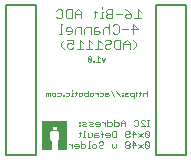
<source format=gbo>
G75*
%MOIN*%
%OFA0B0*%
%FSLAX24Y24*%
%IPPOS*%
%LPD*%
%AMOC8*
5,1,8,0,0,1.08239X$1,22.5*
%
%ADD10C,0.0030*%
%ADD11C,0.0020*%
%ADD12C,0.0080*%
%ADD13C,0.0010*%
D10*
X002089Y003835D02*
X001986Y003938D01*
X001986Y004042D01*
X002089Y004145D01*
X002195Y004145D02*
X002402Y004145D01*
X002402Y003990D01*
X002299Y004042D01*
X002247Y004042D01*
X002195Y003990D01*
X002195Y003887D01*
X002247Y003835D01*
X002351Y003835D01*
X002402Y003887D01*
X002509Y003835D02*
X002715Y003835D01*
X002822Y003835D02*
X003028Y003835D01*
X003135Y003835D02*
X003342Y003835D01*
X003448Y003887D02*
X003499Y003835D01*
X003603Y003835D01*
X003655Y003887D01*
X003761Y003887D02*
X003761Y004094D01*
X003813Y004145D01*
X003968Y004145D01*
X003968Y003835D01*
X003813Y003835D01*
X003761Y003887D01*
X003655Y004042D02*
X003603Y003990D01*
X003499Y003990D01*
X003448Y003938D01*
X003448Y003887D01*
X003342Y004042D02*
X003238Y004145D01*
X003238Y003835D01*
X003028Y004042D02*
X002925Y004145D01*
X002925Y003835D01*
X002715Y004042D02*
X002612Y004145D01*
X002612Y003835D01*
X002663Y004345D02*
X002663Y004552D01*
X002508Y004552D01*
X002456Y004500D01*
X002456Y004345D01*
X002350Y004397D02*
X002350Y004500D01*
X002298Y004552D01*
X002195Y004552D01*
X002143Y004500D01*
X002143Y004448D01*
X002350Y004448D01*
X002350Y004397D02*
X002298Y004345D01*
X002195Y004345D01*
X002037Y004345D02*
X001934Y004345D01*
X001985Y004345D02*
X001985Y004655D01*
X002037Y004655D01*
X001985Y004855D02*
X001882Y004855D01*
X001830Y004907D01*
X001985Y004855D02*
X002037Y004907D01*
X002037Y005114D01*
X001985Y005165D01*
X001882Y005165D01*
X001830Y005114D01*
X002143Y005114D02*
X002143Y004907D01*
X002195Y004855D01*
X002350Y004855D01*
X002350Y005165D01*
X002195Y005165D01*
X002143Y005114D01*
X002456Y005062D02*
X002456Y004855D01*
X002456Y005010D02*
X002663Y005010D01*
X002663Y005062D02*
X002560Y005165D01*
X002456Y005062D01*
X002663Y005062D02*
X002663Y004855D01*
X002821Y004552D02*
X002769Y004500D01*
X002769Y004345D01*
X002976Y004345D02*
X002976Y004552D01*
X002821Y004552D01*
X003083Y004500D02*
X003083Y004345D01*
X003238Y004345D01*
X003289Y004397D01*
X003238Y004448D01*
X003083Y004448D01*
X003083Y004500D02*
X003134Y004552D01*
X003238Y004552D01*
X003396Y004500D02*
X003396Y004345D01*
X003396Y004500D02*
X003447Y004552D01*
X003551Y004552D01*
X003602Y004500D01*
X003709Y004604D02*
X003760Y004655D01*
X003864Y004655D01*
X003915Y004604D01*
X003915Y004397D01*
X003864Y004345D01*
X003760Y004345D01*
X003709Y004397D01*
X003602Y004345D02*
X003602Y004655D01*
X003552Y004855D02*
X003707Y004855D01*
X003707Y005165D01*
X003552Y005165D01*
X003500Y005114D01*
X003500Y005062D01*
X003552Y005010D01*
X003707Y005010D01*
X003813Y005010D02*
X004020Y005010D01*
X004126Y004958D02*
X004126Y004907D01*
X004178Y004855D01*
X004281Y004855D01*
X004333Y004907D01*
X004333Y005010D01*
X004178Y005010D01*
X004126Y004958D01*
X004229Y005114D02*
X004333Y005010D01*
X004229Y005114D02*
X004126Y005165D01*
X004439Y004855D02*
X004646Y004855D01*
X004543Y004855D02*
X004543Y005165D01*
X004646Y005062D01*
X004386Y004655D02*
X004542Y004500D01*
X004335Y004500D01*
X004229Y004500D02*
X004022Y004500D01*
X004386Y004345D02*
X004386Y004655D01*
X004386Y004145D02*
X004489Y004042D01*
X004489Y003938D01*
X004386Y003835D01*
X004281Y003835D02*
X004281Y004042D01*
X004177Y004145D01*
X004074Y004042D01*
X004074Y003835D01*
X004074Y003990D02*
X004281Y003990D01*
X003655Y004042D02*
X003655Y004094D01*
X003603Y004145D01*
X003499Y004145D01*
X003448Y004094D01*
X003394Y004855D02*
X003290Y004855D01*
X003342Y004855D02*
X003342Y005062D01*
X003394Y005062D01*
X003342Y005165D02*
X003342Y005217D01*
X003185Y005062D02*
X003082Y005062D01*
X003133Y005114D02*
X003133Y004907D01*
X003082Y004855D01*
X003500Y004907D02*
X003552Y004855D01*
X003500Y004907D02*
X003500Y004958D01*
X003552Y005010D01*
D11*
X003218Y003590D02*
X003218Y003410D01*
X003278Y003410D02*
X003158Y003410D01*
X003094Y003410D02*
X003064Y003410D01*
X003064Y003440D01*
X003094Y003440D01*
X003094Y003410D01*
X003002Y003440D02*
X002882Y003560D01*
X002882Y003440D01*
X002912Y003410D01*
X002972Y003410D01*
X003002Y003440D01*
X003002Y003560D01*
X002972Y003590D01*
X002912Y003590D01*
X002882Y003560D01*
X003218Y003590D02*
X003278Y003530D01*
X003342Y003530D02*
X003402Y003410D01*
X003462Y003530D01*
X002358Y002470D02*
X002358Y002440D01*
X002358Y002380D02*
X002358Y002260D01*
X002388Y002260D02*
X002328Y002260D01*
X002265Y002290D02*
X002235Y002260D01*
X002145Y002260D01*
X002081Y002260D02*
X002081Y002290D01*
X002051Y002290D01*
X002051Y002260D01*
X002081Y002260D01*
X001989Y002290D02*
X001989Y002350D01*
X001959Y002380D01*
X001869Y002380D01*
X001805Y002350D02*
X001805Y002290D01*
X001775Y002260D01*
X001715Y002260D01*
X001685Y002290D01*
X001685Y002350D01*
X001715Y002380D01*
X001775Y002380D01*
X001805Y002350D01*
X001869Y002260D02*
X001959Y002260D01*
X001989Y002290D01*
X002145Y002380D02*
X002235Y002380D01*
X002265Y002350D01*
X002265Y002290D01*
X002358Y002380D02*
X002388Y002380D01*
X002451Y002380D02*
X002511Y002380D01*
X002481Y002410D02*
X002481Y002290D01*
X002451Y002260D01*
X002575Y002290D02*
X002575Y002350D01*
X002605Y002380D01*
X002665Y002380D01*
X002695Y002350D01*
X002695Y002290D01*
X002665Y002260D01*
X002605Y002260D01*
X002575Y002290D01*
X002759Y002290D02*
X002759Y002350D01*
X002789Y002380D01*
X002879Y002380D01*
X002879Y002440D02*
X002879Y002260D01*
X002789Y002260D01*
X002759Y002290D01*
X002943Y002290D02*
X002943Y002350D01*
X002973Y002380D01*
X003033Y002380D01*
X003063Y002350D01*
X003063Y002290D01*
X003033Y002260D01*
X002973Y002260D01*
X002943Y002290D01*
X003127Y002380D02*
X003157Y002380D01*
X003217Y002320D01*
X003217Y002260D02*
X003217Y002380D01*
X003281Y002380D02*
X003371Y002380D01*
X003401Y002350D01*
X003401Y002290D01*
X003371Y002260D01*
X003281Y002260D01*
X003465Y002260D02*
X003465Y002350D01*
X003495Y002380D01*
X003555Y002380D01*
X003555Y002320D02*
X003465Y002320D01*
X003465Y002260D02*
X003555Y002260D01*
X003585Y002290D01*
X003555Y002320D01*
X003649Y002440D02*
X003769Y002260D01*
X003953Y002260D02*
X003833Y002440D01*
X004015Y002380D02*
X004015Y002350D01*
X004045Y002350D01*
X004045Y002380D01*
X004015Y002380D01*
X004015Y002290D02*
X004015Y002260D01*
X004045Y002260D01*
X004045Y002290D01*
X004015Y002290D01*
X004109Y002290D02*
X004140Y002260D01*
X004230Y002260D01*
X004200Y002320D02*
X004230Y002350D01*
X004200Y002380D01*
X004109Y002380D01*
X004140Y002320D02*
X004200Y002320D01*
X004140Y002320D02*
X004109Y002290D01*
X004294Y002290D02*
X004324Y002260D01*
X004414Y002260D01*
X004414Y002200D02*
X004414Y002380D01*
X004324Y002380D01*
X004294Y002350D01*
X004294Y002290D01*
X004476Y002260D02*
X004507Y002290D01*
X004507Y002410D01*
X004537Y002380D02*
X004476Y002380D01*
X004599Y002380D02*
X004659Y002380D01*
X004629Y002410D02*
X004629Y002290D01*
X004599Y002260D01*
X004723Y002260D02*
X004723Y002350D01*
X004753Y002380D01*
X004813Y002380D01*
X004843Y002350D01*
X004843Y002440D02*
X004843Y002260D01*
X004867Y001470D02*
X004940Y001470D01*
X004903Y001470D02*
X004903Y001250D01*
X004867Y001250D02*
X004940Y001250D01*
X004903Y001110D02*
X004830Y001110D01*
X004793Y001073D01*
X004940Y000927D01*
X004903Y000890D01*
X004830Y000890D01*
X004793Y000927D01*
X004793Y001073D01*
X004903Y001110D02*
X004940Y001073D01*
X004940Y000927D01*
X004903Y000750D02*
X004830Y000750D01*
X004793Y000713D01*
X004940Y000567D01*
X004903Y000530D01*
X004830Y000530D01*
X004793Y000567D01*
X004793Y000713D01*
X004903Y000750D02*
X004940Y000713D01*
X004940Y000567D01*
X004719Y000530D02*
X004572Y000677D01*
X004498Y000640D02*
X004351Y000640D01*
X004277Y000603D02*
X004240Y000640D01*
X004167Y000640D01*
X004130Y000603D01*
X004130Y000567D01*
X004167Y000530D01*
X004240Y000530D01*
X004277Y000567D01*
X004277Y000603D01*
X004240Y000640D02*
X004277Y000677D01*
X004277Y000713D01*
X004240Y000750D01*
X004167Y000750D01*
X004130Y000713D01*
X004130Y000677D01*
X004167Y000640D01*
X004388Y000530D02*
X004388Y000750D01*
X004498Y000640D01*
X004572Y000530D02*
X004719Y000677D01*
X004719Y000890D02*
X004572Y001037D01*
X004498Y001000D02*
X004351Y001000D01*
X004277Y001037D02*
X004240Y001000D01*
X004130Y001000D01*
X004130Y000927D02*
X004130Y001073D01*
X004167Y001110D01*
X004240Y001110D01*
X004277Y001073D01*
X004277Y001037D01*
X004277Y000927D02*
X004240Y000890D01*
X004167Y000890D01*
X004130Y000927D01*
X004388Y000890D02*
X004388Y001110D01*
X004498Y001000D01*
X004572Y000890D02*
X004719Y001037D01*
X004646Y001250D02*
X004793Y001250D01*
X004646Y001397D01*
X004646Y001433D01*
X004683Y001470D01*
X004756Y001470D01*
X004793Y001433D01*
X004572Y001433D02*
X004572Y001287D01*
X004535Y001250D01*
X004462Y001250D01*
X004425Y001287D01*
X004425Y001433D02*
X004462Y001470D01*
X004535Y001470D01*
X004572Y001433D01*
X004130Y001397D02*
X004130Y001250D01*
X004130Y001360D02*
X003983Y001360D01*
X003983Y001397D02*
X003983Y001250D01*
X003909Y001287D02*
X003909Y001360D01*
X003872Y001397D01*
X003762Y001397D01*
X003762Y001470D02*
X003762Y001250D01*
X003872Y001250D01*
X003909Y001287D01*
X003983Y001397D02*
X004056Y001470D01*
X004130Y001397D01*
X003835Y001110D02*
X003725Y001110D01*
X003688Y001073D01*
X003688Y000927D01*
X003725Y000890D01*
X003835Y000890D01*
X003835Y001110D01*
X003688Y001287D02*
X003688Y001360D01*
X003651Y001397D01*
X003541Y001397D01*
X003541Y001470D02*
X003541Y001250D01*
X003651Y001250D01*
X003688Y001287D01*
X003467Y001323D02*
X003393Y001397D01*
X003357Y001397D01*
X003283Y001360D02*
X003246Y001397D01*
X003172Y001397D01*
X003136Y001360D01*
X003136Y001323D01*
X003283Y001323D01*
X003283Y001287D02*
X003283Y001360D01*
X003283Y001287D02*
X003246Y001250D01*
X003172Y001250D01*
X003062Y001250D02*
X002952Y001250D01*
X002915Y001287D01*
X002952Y001323D01*
X003025Y001323D01*
X003062Y001360D01*
X003025Y001397D01*
X002915Y001397D01*
X002841Y001360D02*
X002804Y001397D01*
X002694Y001397D01*
X002620Y001397D02*
X002620Y001360D01*
X002583Y001360D01*
X002583Y001397D01*
X002620Y001397D01*
X002620Y001287D02*
X002583Y001287D01*
X002583Y001250D01*
X002620Y001250D01*
X002620Y001287D01*
X002694Y001287D02*
X002731Y001323D01*
X002804Y001323D01*
X002841Y001360D01*
X002841Y001250D02*
X002731Y001250D01*
X002694Y001287D01*
X002767Y001110D02*
X002767Y000890D01*
X002804Y000890D02*
X002730Y000890D01*
X002620Y000927D02*
X002583Y000890D01*
X002620Y000927D02*
X002620Y001073D01*
X002656Y001037D02*
X002583Y001037D01*
X002767Y001110D02*
X002804Y001110D01*
X002878Y001037D02*
X002878Y000890D01*
X002988Y000890D01*
X003025Y000927D01*
X003025Y001037D01*
X003099Y001000D02*
X003099Y000890D01*
X003209Y000890D01*
X003246Y000927D01*
X003209Y000963D01*
X003099Y000963D01*
X003099Y001000D02*
X003136Y001037D01*
X003209Y001037D01*
X003320Y001000D02*
X003393Y001000D01*
X003356Y001073D02*
X003320Y001110D01*
X003356Y001073D02*
X003356Y000890D01*
X003467Y000963D02*
X003467Y001000D01*
X003504Y001037D01*
X003577Y001037D01*
X003614Y001000D01*
X003614Y000927D01*
X003577Y000890D01*
X003504Y000890D01*
X003467Y000963D02*
X003614Y000963D01*
X003393Y000713D02*
X003356Y000750D01*
X003283Y000750D01*
X003246Y000713D01*
X003283Y000640D02*
X003246Y000603D01*
X003246Y000567D01*
X003283Y000530D01*
X003356Y000530D01*
X003393Y000567D01*
X003356Y000640D02*
X003283Y000640D01*
X003356Y000640D02*
X003393Y000677D01*
X003393Y000713D01*
X003172Y000640D02*
X003172Y000567D01*
X003135Y000530D01*
X003062Y000530D01*
X003025Y000567D01*
X003025Y000640D01*
X003062Y000677D01*
X003135Y000677D01*
X003172Y000640D01*
X002951Y000530D02*
X002878Y000530D01*
X002914Y000530D02*
X002914Y000750D01*
X002951Y000750D01*
X002804Y000640D02*
X002767Y000677D01*
X002657Y000677D01*
X002657Y000750D02*
X002657Y000530D01*
X002767Y000530D01*
X002804Y000567D01*
X002804Y000640D01*
X002583Y000640D02*
X002583Y000567D01*
X002546Y000530D01*
X002473Y000530D01*
X002436Y000603D02*
X002583Y000603D01*
X002583Y000640D02*
X002546Y000677D01*
X002473Y000677D01*
X002436Y000640D01*
X002436Y000603D01*
X002362Y000603D02*
X002288Y000677D01*
X002252Y000677D01*
X002362Y000677D02*
X002362Y000530D01*
X003467Y001250D02*
X003467Y001397D01*
X003688Y000677D02*
X003688Y000567D01*
X003725Y000530D01*
X003762Y000567D01*
X003798Y000530D01*
X003835Y000567D01*
X003835Y000677D01*
X001621Y002260D02*
X001621Y002380D01*
X001591Y002380D01*
X001561Y002350D01*
X001531Y002380D01*
X001501Y002350D01*
X001501Y002260D01*
X001561Y002260D02*
X001561Y002350D01*
D12*
X001150Y000300D02*
X000150Y000300D01*
X000150Y005300D01*
X001150Y005300D01*
X001150Y000300D01*
X005150Y000300D02*
X006150Y000300D01*
X006150Y005300D01*
X005150Y005300D01*
X005150Y000300D01*
D13*
X002150Y000500D02*
X002150Y001428D01*
X001374Y001428D01*
X001374Y000498D01*
X001648Y000498D01*
X001648Y000772D01*
X001598Y000796D01*
X001598Y001080D01*
X001646Y001120D01*
X001676Y001120D01*
X001676Y001238D01*
X001698Y001260D01*
X001824Y001260D01*
X001852Y001234D01*
X001852Y001142D01*
X001874Y001142D01*
X001874Y001120D01*
X001852Y001120D01*
X001678Y001120D01*
X001678Y001136D01*
X001878Y001136D01*
X001878Y001118D01*
X001926Y001078D01*
X001926Y000796D01*
X001876Y000770D01*
X001876Y000500D01*
X002150Y000500D01*
X002150Y000504D02*
X001876Y000504D01*
X001876Y000513D02*
X002150Y000513D01*
X002150Y000521D02*
X001876Y000521D01*
X001876Y000530D02*
X002150Y000530D01*
X002150Y000538D02*
X001876Y000538D01*
X001876Y000547D02*
X002150Y000547D01*
X002150Y000555D02*
X001876Y000555D01*
X001876Y000564D02*
X002150Y000564D01*
X002150Y000572D02*
X001876Y000572D01*
X001876Y000581D02*
X002150Y000581D01*
X002150Y000589D02*
X001876Y000589D01*
X001876Y000598D02*
X002150Y000598D01*
X002150Y000606D02*
X001876Y000606D01*
X001876Y000615D02*
X002150Y000615D01*
X002150Y000623D02*
X001876Y000623D01*
X001876Y000632D02*
X002150Y000632D01*
X002150Y000640D02*
X001876Y000640D01*
X001876Y000649D02*
X002150Y000649D01*
X002150Y000657D02*
X001876Y000657D01*
X001876Y000666D02*
X002150Y000666D01*
X002150Y000674D02*
X001876Y000674D01*
X001876Y000683D02*
X002150Y000683D01*
X002150Y000691D02*
X001876Y000691D01*
X001876Y000700D02*
X002150Y000700D01*
X002150Y000708D02*
X001876Y000708D01*
X001876Y000717D02*
X002150Y000717D01*
X002150Y000725D02*
X001876Y000725D01*
X001876Y000734D02*
X002150Y000734D01*
X002150Y000742D02*
X001876Y000742D01*
X001876Y000751D02*
X002150Y000751D01*
X002150Y000759D02*
X001876Y000759D01*
X001876Y000768D02*
X002150Y000768D01*
X002150Y000776D02*
X001888Y000776D01*
X001904Y000785D02*
X002150Y000785D01*
X002150Y000793D02*
X001920Y000793D01*
X001926Y000802D02*
X002150Y000802D01*
X002150Y000810D02*
X001926Y000810D01*
X001926Y000819D02*
X002150Y000819D01*
X002150Y000827D02*
X001926Y000827D01*
X001926Y000836D02*
X002150Y000836D01*
X002150Y000844D02*
X001926Y000844D01*
X001926Y000853D02*
X002150Y000853D01*
X002150Y000861D02*
X001926Y000861D01*
X001926Y000870D02*
X002150Y000870D01*
X002150Y000878D02*
X001926Y000878D01*
X001926Y000887D02*
X002150Y000887D01*
X002150Y000895D02*
X001926Y000895D01*
X001926Y000904D02*
X002150Y000904D01*
X002150Y000912D02*
X001926Y000912D01*
X001926Y000921D02*
X002150Y000921D01*
X002150Y000929D02*
X001926Y000929D01*
X001926Y000938D02*
X002150Y000938D01*
X002150Y000946D02*
X001926Y000946D01*
X001926Y000955D02*
X002150Y000955D01*
X002150Y000963D02*
X001926Y000963D01*
X001926Y000972D02*
X002150Y000972D01*
X002150Y000980D02*
X001926Y000980D01*
X001926Y000989D02*
X002150Y000989D01*
X002150Y000997D02*
X001926Y000997D01*
X001926Y001006D02*
X002150Y001006D01*
X002150Y001014D02*
X001926Y001014D01*
X001926Y001023D02*
X002150Y001023D01*
X002150Y001031D02*
X001926Y001031D01*
X001926Y001040D02*
X002150Y001040D01*
X002150Y001048D02*
X001926Y001048D01*
X001926Y001057D02*
X002150Y001057D01*
X002150Y001065D02*
X001926Y001065D01*
X001926Y001074D02*
X002150Y001074D01*
X002150Y001082D02*
X001921Y001082D01*
X001911Y001091D02*
X002150Y001091D01*
X002150Y001099D02*
X001901Y001099D01*
X001891Y001108D02*
X002150Y001108D01*
X002150Y001116D02*
X001880Y001116D01*
X001878Y001125D02*
X002150Y001125D01*
X002150Y001133D02*
X001878Y001133D01*
X001874Y001133D02*
X001678Y001133D01*
X001676Y001133D02*
X001374Y001133D01*
X001374Y001125D02*
X001676Y001125D01*
X001678Y001125D02*
X001874Y001125D01*
X001874Y001142D02*
X002150Y001142D01*
X002150Y001150D02*
X001852Y001150D01*
X001852Y001159D02*
X002150Y001159D01*
X002150Y001167D02*
X001852Y001167D01*
X001852Y001176D02*
X002150Y001176D01*
X002150Y001184D02*
X001852Y001184D01*
X001852Y001193D02*
X002150Y001193D01*
X002150Y001201D02*
X001852Y001201D01*
X001852Y001210D02*
X002150Y001210D01*
X002150Y001218D02*
X001852Y001218D01*
X001852Y001227D02*
X002150Y001227D01*
X002150Y001235D02*
X001851Y001235D01*
X001842Y001244D02*
X002150Y001244D01*
X002150Y001252D02*
X001833Y001252D01*
X001690Y001252D02*
X001374Y001252D01*
X001374Y001244D02*
X001682Y001244D01*
X001676Y001235D02*
X001374Y001235D01*
X001374Y001227D02*
X001676Y001227D01*
X001676Y001218D02*
X001374Y001218D01*
X001374Y001210D02*
X001676Y001210D01*
X001676Y001201D02*
X001374Y001201D01*
X001374Y001193D02*
X001676Y001193D01*
X001676Y001184D02*
X001374Y001184D01*
X001374Y001176D02*
X001676Y001176D01*
X001676Y001167D02*
X001374Y001167D01*
X001374Y001159D02*
X001676Y001159D01*
X001676Y001150D02*
X001374Y001150D01*
X001374Y001142D02*
X001676Y001142D01*
X001641Y001116D02*
X001374Y001116D01*
X001374Y001108D02*
X001631Y001108D01*
X001621Y001099D02*
X001374Y001099D01*
X001374Y001091D02*
X001611Y001091D01*
X001600Y001082D02*
X001374Y001082D01*
X001374Y001074D02*
X001598Y001074D01*
X001598Y001065D02*
X001374Y001065D01*
X001374Y001057D02*
X001598Y001057D01*
X001598Y001048D02*
X001374Y001048D01*
X001374Y001040D02*
X001598Y001040D01*
X001598Y001031D02*
X001374Y001031D01*
X001374Y001023D02*
X001598Y001023D01*
X001598Y001014D02*
X001374Y001014D01*
X001374Y001006D02*
X001598Y001006D01*
X001598Y000997D02*
X001374Y000997D01*
X001374Y000989D02*
X001598Y000989D01*
X001598Y000980D02*
X001374Y000980D01*
X001374Y000972D02*
X001598Y000972D01*
X001598Y000963D02*
X001374Y000963D01*
X001374Y000955D02*
X001598Y000955D01*
X001598Y000946D02*
X001374Y000946D01*
X001374Y000938D02*
X001598Y000938D01*
X001598Y000929D02*
X001374Y000929D01*
X001374Y000921D02*
X001598Y000921D01*
X001598Y000912D02*
X001374Y000912D01*
X001374Y000904D02*
X001598Y000904D01*
X001598Y000895D02*
X001374Y000895D01*
X001374Y000887D02*
X001598Y000887D01*
X001598Y000878D02*
X001374Y000878D01*
X001374Y000870D02*
X001598Y000870D01*
X001598Y000861D02*
X001374Y000861D01*
X001374Y000853D02*
X001598Y000853D01*
X001598Y000844D02*
X001374Y000844D01*
X001374Y000836D02*
X001598Y000836D01*
X001598Y000827D02*
X001374Y000827D01*
X001374Y000819D02*
X001598Y000819D01*
X001598Y000810D02*
X001374Y000810D01*
X001374Y000802D02*
X001598Y000802D01*
X001604Y000793D02*
X001374Y000793D01*
X001374Y000785D02*
X001622Y000785D01*
X001640Y000776D02*
X001374Y000776D01*
X001374Y000768D02*
X001648Y000768D01*
X001648Y000759D02*
X001374Y000759D01*
X001374Y000751D02*
X001648Y000751D01*
X001648Y000742D02*
X001374Y000742D01*
X001374Y000734D02*
X001648Y000734D01*
X001648Y000725D02*
X001374Y000725D01*
X001374Y000717D02*
X001648Y000717D01*
X001648Y000708D02*
X001374Y000708D01*
X001374Y000700D02*
X001648Y000700D01*
X001648Y000691D02*
X001374Y000691D01*
X001374Y000683D02*
X001648Y000683D01*
X001648Y000674D02*
X001374Y000674D01*
X001374Y000666D02*
X001648Y000666D01*
X001648Y000657D02*
X001374Y000657D01*
X001374Y000649D02*
X001648Y000649D01*
X001648Y000640D02*
X001374Y000640D01*
X001374Y000632D02*
X001648Y000632D01*
X001648Y000623D02*
X001374Y000623D01*
X001374Y000615D02*
X001648Y000615D01*
X001648Y000606D02*
X001374Y000606D01*
X001374Y000598D02*
X001648Y000598D01*
X001648Y000589D02*
X001374Y000589D01*
X001374Y000581D02*
X001648Y000581D01*
X001648Y000572D02*
X001374Y000572D01*
X001374Y000564D02*
X001648Y000564D01*
X001648Y000555D02*
X001374Y000555D01*
X001374Y000547D02*
X001648Y000547D01*
X001648Y000538D02*
X001374Y000538D01*
X001374Y000530D02*
X001648Y000530D01*
X001648Y000521D02*
X001374Y000521D01*
X001374Y000513D02*
X001648Y000513D01*
X001648Y000504D02*
X001374Y000504D01*
X001374Y001261D02*
X002150Y001261D01*
X002150Y001269D02*
X001374Y001269D01*
X001374Y001278D02*
X002150Y001278D01*
X002150Y001286D02*
X001374Y001286D01*
X001374Y001295D02*
X002150Y001295D01*
X002150Y001303D02*
X001374Y001303D01*
X001374Y001312D02*
X002150Y001312D01*
X002150Y001320D02*
X001374Y001320D01*
X001374Y001329D02*
X002150Y001329D01*
X002150Y001337D02*
X001374Y001337D01*
X001374Y001346D02*
X002150Y001346D01*
X002150Y001354D02*
X001374Y001354D01*
X001374Y001363D02*
X002150Y001363D01*
X002150Y001371D02*
X001374Y001371D01*
X001374Y001380D02*
X002150Y001380D01*
X002150Y001388D02*
X001374Y001388D01*
X001374Y001397D02*
X002150Y001397D01*
X002150Y001405D02*
X001374Y001405D01*
X001374Y001414D02*
X002150Y001414D01*
X002150Y001422D02*
X001374Y001422D01*
M02*

</source>
